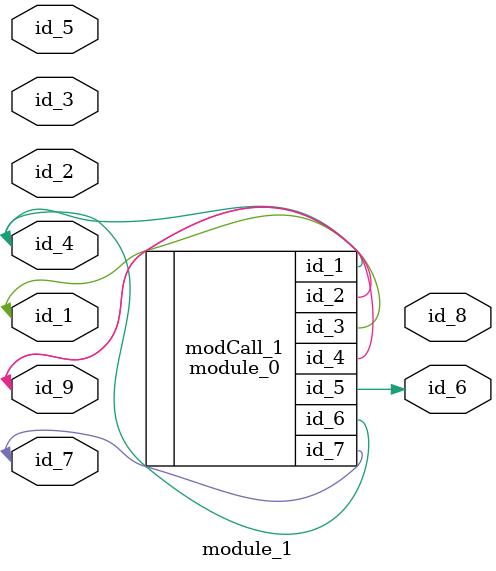
<source format=v>
module module_0 (
    id_1,
    id_2,
    id_3,
    id_4,
    id_5,
    id_6,
    id_7
);
  output wire id_7;
  inout wire id_6;
  output wire id_5;
  output wire id_4;
  output wire id_3;
  output wire id_2;
  output wire id_1;
  assign id_5 = id_6;
  wire id_8;
endmodule
module module_1 (
    id_1,
    id_2,
    id_3,
    id_4,
    id_5,
    id_6,
    id_7,
    id_8,
    id_9
);
  inout wire id_9;
  output wire id_8;
  inout wire id_7;
  output wire id_6;
  input wire id_5;
  inout wire id_4;
  input wire id_3;
  input wire id_2;
  inout wire id_1;
  module_0 modCall_1 (
      id_4,
      id_9,
      id_1,
      id_9,
      id_6,
      id_4,
      id_7
  );
  wire id_10, id_11;
endmodule

</source>
